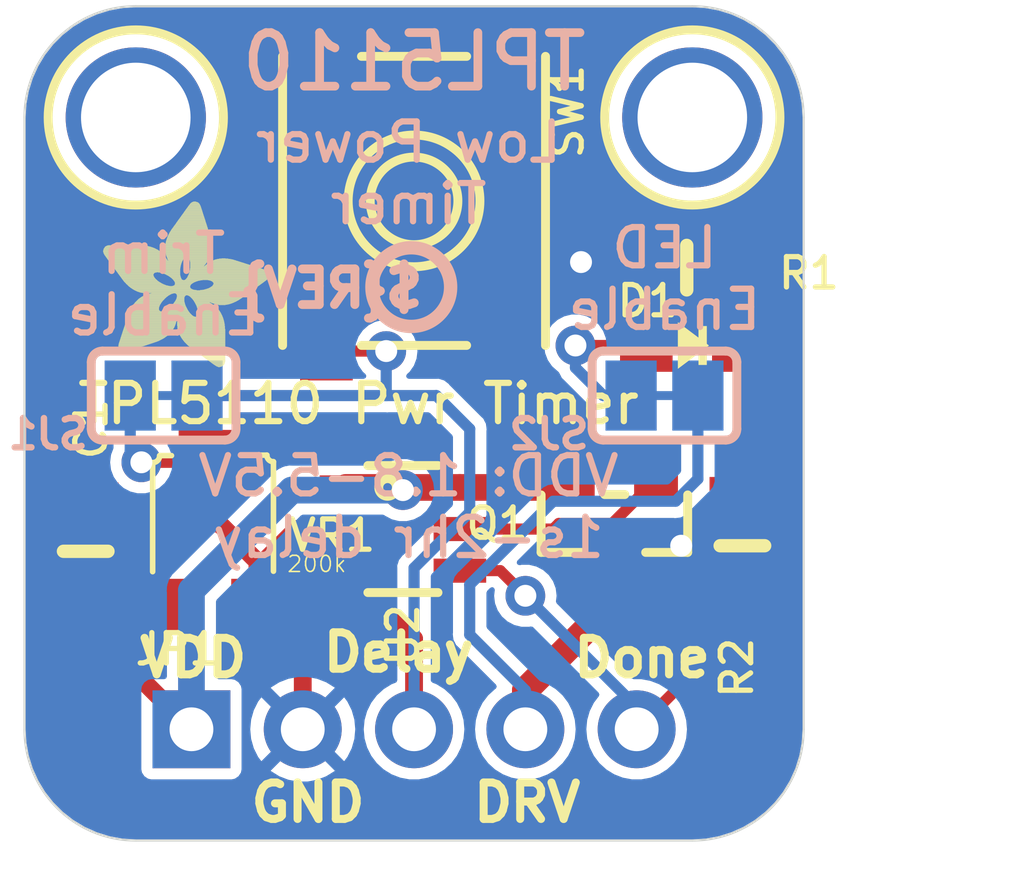
<source format=kicad_pcb>
(kicad_pcb (version 20221018) (generator pcbnew)
  (layers (0 "F.Cu" signal) (31 "B.Cu" signal) (34 "B.Paste" user) (35 "F.Paste" user) (36 "B.SilkS" user "B.Silkscreen") (37 "F.SilkS" user "F.Silkscreen") (38 "B.Mask" user) (39 "F.Mask" user) (44 "Edge.Cuts" user))
  (net 0 "")
  (net 1 "GND")
  (net 2 "DONE")
  (net 3 "VDD")
  (net 4 "DELAY")
  (net 5 "N$1")
  (net 6 "EN")
  (net 7 "PWROUT")
  (net 8 "N$3")
  (net 9 "N$2")
  (footprint "working:0805-NO" (layer "F.Cu") (at 154.7241 101.4476)
    (fp_text reference "R1" (at 2.032 0.127) (layer "F.SilkS") (effects (font (size 0.692831 0.692831) (thickness 0.119969)) (justify left)))
    (fp_text value "1K")
    (pad "1" smd rect (at -0.95 0) (size 1.24 1.5) (layers "F.Cu" "F.Paste" "F.Mask") (net 1 "GND"))
    (pad "2" smd rect (at 0.95 0) (size 1.24 1.5) (layers "F.Cu" "F.Paste" "F.Mask") (net 8 "N$3"))
  )
  (footprint "working:FIDUCIAL_1MM" (layer "F.Cu") (at 156.2481 112.3696)
    (fp_text reference "FID2" hide)
    (fp_text value "FIDUCIAL\"\"" hide)
    (pad "1" smd roundrect (at 0 0) (size 1 1) (layers "F.Cu" "F.Mask") (roundrect_rratio 0.5))
  )
  (footprint "working:TRIMPOT_BOURNS_TC33X-2" (layer "F.Cu") (at 143.9291 107.3531)
    (fp_text reference "VR1" (at 1.65 0.21) (layer "F.SilkS") (effects (font (size 0.692831 0.692831) (thickness 0.119969)) (justify left)))
    (fp_text value "200k" (at 1.65 0.863) (layer "F.SilkS") (effects (font (size 0.369824 0.369824) (thickness 0.036576)) (justify left)))
    (pad "1" smd rect (at -1 1.8) (size 1.2 1.2) (layers "F.Cu" "F.Paste" "F.Mask"))
    (pad "2" smd rect (at 0 -1.45) (size 1.6 1.5) (layers "F.Cu" "F.Paste" "F.Mask") (net 5 "N$1"))
    (pad "3" smd rect (at 1 1.8) (size 1.2 1.2) (layers "F.Cu" "F.Paste" "F.Mask") (net 1 "GND"))
  )
  (footprint "working:MOUNTINGHOLE_2.5_PLATED" (layer "F.Cu") (at 154.8511 98.0186)
    (fp_text reference "U$7" hide)
    (fp_text value "MOUNTINGHOLE2.5" hide)
    (pad "P$1" thru_hole circle (at 0 0) (size 3.2 3.2) (drill 2.5) (layers "*.Cu" "*.Mask"))
    (zone (net 0) (net_name "") (layer "B.Cu") (connect_pads (clearance 0)) (min_thickness 0.25)
      (keepout (tracks not_allowed) (vias not_allowed) (pads not_allowed) (copperpour not_allowed) (footprints allowed))
      (fill (thermal_gap 0.5) (thermal_bridge_width 0.5))
      (polygon (pts (xy 156.8671 98.0186) (xy 156.84748 97.738027) (xy 156.789004 97.462915) (xy 156.692808 97.198619) (xy 156.560765 96.950283) (xy 156.395446 96.72274) (xy 156.200067 96.52042) (xy 155.978433 96.34726) (xy 155.734856 96.206631) (xy 155.474078 96.10127) (xy 155.201175 96.033228) (xy 154.921457 96.003828) (xy 154.640371 96.013644) (xy 154.363385 96.062484) (xy 154.095893 96.149397) (xy 153.8431 96.272693) (xy 153.609926 96.42997) (xy 153.400911 96.618169) (xy 153.220122 96.833625) (xy 153.071078 97.072145) (xy 152.95668 97.329087) (xy 152.879154 97.59945) (xy 152.840011 97.877971) (xy 152.840011 98.159229) (xy 152.879154 98.43775) (xy 152.95668 98.708113) (xy 153.071078 98.965055) (xy 153.220122 99.203575) (xy 153.400911 99.419031) (xy 153.609926 99.60723) (xy 153.8431 99.764507) (xy 154.095893 99.887803) (xy 154.363385 99.974716) (xy 154.640371 100.023556) (xy 154.921457 100.033372) (xy 155.201175 100.003972) (xy 155.474078 99.93593) (xy 155.734856 99.830569) (xy 155.978433 99.68994) (xy 156.200067 99.51678) (xy 156.395446 99.31446) (xy 156.560765 99.086917) (xy 156.692808 98.838581) (xy 156.789004 98.574285) (xy 156.84748 98.299173)))
      (polygon (pts (xy 154.8351 98.0186) (xy 154.839786 98.029914) (xy 154.8511 98.0346) (xy 154.862414 98.029914) (xy 154.8671 98.0186) (xy 154.862414 98.007286) (xy 154.8511 98.0026) (xy 154.839786 98.007286)))
    )
  )
  (footprint "working:ADAFRUIT_3.5MM" (layer "F.Cu") (at 141.3891 103.7336)
    (fp_text reference "U$5" hide)
    (fp_text value "" hide)
  )
  (footprint "working:SOT23-6" (layer "F.Cu") (at 148.2471 107.4166 -90)
    (fp_text reference "U2" (at 1.651 0 90) (layer "F.SilkS") (effects (font (size 0.692831 0.692831) (thickness 0.119969)) (justify right)))
    (fp_text value "TPL5110")
    (pad "1" smd rect (at -0.95 1.3 270) (size 0.55 1.2) (layers "F.Cu" "F.Paste" "F.Mask") (net 3 "VDD"))
    (pad "2" smd rect (at 0 1.3 270) (size 0.55 1.2) (layers "F.Cu" "F.Paste" "F.Mask") (net 1 "GND"))
    (pad "3" smd rect (at 0.95 1.3 270) (size 0.55 1.2) (layers "F.Cu" "F.Paste" "F.Mask") (net 4 "DELAY"))
    (pad "4" smd rect (at 0.95 -1.3 270) (size 0.55 1.2) (layers "F.Cu" "F.Paste" "F.Mask") (net 2 "DONE"))
    (pad "5" smd rect (at 0 -1.3 270) (size 0.55 1.2) (layers "F.Cu" "F.Paste" "F.Mask") (net 6 "EN"))
    (pad "6" smd rect (at -0.95 -1.3 270) (size 0.55 1.2) (layers "F.Cu" "F.Paste" "F.Mask") (net 3 "VDD"))
  )
  (footprint "working:EVQ-Q2_SMALLER" (layer "F.Cu") (at 148.5011 99.9236 -90)
    (fp_text reference "SW1" (at -3.175 -3.5 90) (layer "F.SilkS") (effects (font (size 0.692831 0.692831) (thickness 0.119969)) (justify right)))
    (fp_text value "EVQQ")
    (pad "A" smd rect (at -3.1 2 270) (size 2 1.2) (layers "F.Cu" "F.Paste" "F.Mask") (net 4 "DELAY"))
    (pad "A'" smd rect (at 3.1 2 270) (size 2 1.2) (layers "F.Cu" "F.Paste" "F.Mask") (net 4 "DELAY"))
    (pad "B" smd rect (at -3.1 -2 270) (size 2 1.2) (layers "F.Cu" "F.Paste" "F.Mask") (net 3 "VDD"))
    (pad "B'" smd rect (at 3.1 -2 270) (size 2 1.2) (layers "F.Cu" "F.Paste" "F.Mask") (net 3 "VDD"))
  )
  (footprint "working:SOT23-WIDE" (layer "F.Cu") (at 153.0731 107.2896 180)
    (fp_text reference "Q1" (at 1.905 0) (layer "F.SilkS") (effects (font (size 0.692831 0.692831) (thickness 0.119969)) (justify right)))
    (fp_text value "DMG3415")
    (pad "1" smd rect (at -0.95 1 180) (size 1 1.2) (layers "F.Cu" "F.Paste" "F.Mask") (net 6 "EN"))
    (pad "2" smd rect (at 0.95 1 180) (size 1 1.2) (layers "F.Cu" "F.Paste" "F.Mask") (net 3 "VDD"))
    (pad "3" smd rect (at 0 -1 180) (size 1 1.2) (layers "F.Cu" "F.Paste" "F.Mask") (net 7 "PWROUT"))
  )
  (footprint "working:0805-NO" (layer "F.Cu") (at 155.9941 107.7976 -90)
    (fp_text reference "R2" (at 2.032 0.127 90) (layer "F.SilkS") (effects (font (size 0.692831 0.692831) (thickness 0.119969)) (justify right)))
    (fp_text value "1M")
    (pad "1" smd rect (at -0.95 0 270) (size 1.24 1.5) (layers "F.Cu" "F.Paste" "F.Mask") (net 1 "GND"))
    (pad "2" smd rect (at 0.95 0 270) (size 1.24 1.5) (layers "F.Cu" "F.Paste" "F.Mask") (net 2 "DONE"))
  )
  (footprint "working:1X05_ROUND_70" (layer "F.Cu") (at 148.5011 111.9886)
    (fp_text reference "JP1" (at -6.4262 -1.8288) (layer "F.SilkS") (effects (font (size 0.692831 0.692831) (thickness 0.119969)) (justify left)))
    (fp_text value "")
    (pad "1" thru_hole rect (at -5.08 0 90) (size 1.778 1.778) (drill 1) (layers "*.Cu" "*.Mask") (net 3 "VDD"))
    (pad "2" thru_hole circle (at -2.54 0 90) (size 1.778 1.778) (drill 1) (layers "*.Cu" "*.Mask") (net 1 "GND"))
    (pad "3" thru_hole circle (at 0 0 90) (size 1.778 1.778) (drill 1) (layers "*.Cu" "*.Mask") (net 4 "DELAY"))
    (pad "4" thru_hole circle (at 2.54 0 90) (size 1.778 1.778) (drill 1) (layers "*.Cu" "*.Mask") (net 7 "PWROUT"))
    (pad "5" thru_hole circle (at 5.08 0 90) (size 1.778 1.778) (drill 1) (layers "*.Cu" "*.Mask") (net 2 "DONE"))
  )
  (footprint "working:CHIPLED_0805_NOOUTLINE" (layer "F.Cu") (at 154.8511 103.2256 -90)
    (fp_text reference "D1" (at -1.016 1.778) (layer "F.SilkS") (effects (font (size 0.692831 0.692831) (thickness 0.119969)) (justify left)))
    (fp_text value "GREEN")
    (pad "A" smd rect (at 0 1.05 270) (size 1.2 1.2) (layers "F.Cu" "F.Paste" "F.Mask") (net 9 "N$2"))
    (pad "C" smd rect (at 0 -1.05 270) (size 1.2 1.2) (layers "F.Cu" "F.Paste" "F.Mask") (net 8 "N$3"))
  )
  (footprint "working:FIDUCIAL_1MM" (layer "F.Cu") (at 148.5011 99.9236)
    (fp_text reference "FID1" hide)
    (fp_text value "FIDUCIAL\"\"" hide)
    (pad "1" smd roundrect (at 0 0) (size 1 1) (layers "F.Cu" "F.Mask") (roundrect_rratio 0.5))
  )
  (footprint "working:MOUNTINGHOLE_2.5_PLATED" (layer "F.Cu") (at 142.1511 98.0186)
    (fp_text reference "U$8" hide)
    (fp_text value "MOUNTINGHOLE2.5" hide)
    (pad "P$1" thru_hole circle (at 0 0) (size 3.2 3.2) (drill 2.5) (layers "*.Cu" "*.Mask"))
    (zone (net 0) (net_name "") (layer "B.Cu") (connect_pads (clearance 0)) (min_thickness 0.25)
      (keepout (tracks not_allowed) (vias not_allowed) (pads not_allowed) (copperpour not_allowed) (footprints allowed))
      (fill (thermal_gap 0.5) (thermal_bridge_width 0.5))
      (polygon (pts (xy 144.1671 98.0186) (xy 144.14748 97.738027) (xy 144.089004 97.462915) (xy 143.992808 97.198619) (xy 143.860765 96.950283) (xy 143.695446 96.72274) (xy 143.500067 96.52042) (xy 143.278433 96.34726) (xy 143.034856 96.206631) (xy 142.774078 96.10127) (xy 142.501175 96.033228) (xy 142.221457 96.003828) (xy 141.940371 96.013644) (xy 141.663385 96.062484) (xy 141.395893 96.149397) (xy 141.1431 96.272693) (xy 140.909926 96.42997) (xy 140.700911 96.618169) (xy 140.520122 96.833625) (xy 140.371078 97.072145) (xy 140.25668 97.329087) (xy 140.179154 97.59945) (xy 140.140011 97.877971) (xy 140.140011 98.159229) (xy 140.179154 98.43775) (xy 140.25668 98.708113) (xy 140.371078 98.965055) (xy 140.520122 99.203575) (xy 140.700911 99.419031) (xy 140.909926 99.60723) (xy 141.1431 99.764507) (xy 141.395893 99.887803) (xy 141.663385 99.974716) (xy 141.940371 100.023556) (xy 142.221457 100.033372) (xy 142.501175 100.003972) (xy 142.774078 99.93593) (xy 143.034856 99.830569) (xy 143.278433 99.68994) (xy 143.500067 99.51678) (xy 143.695446 99.31446) (xy 143.860765 99.086917) (xy 143.992808 98.838581) (xy 144.089004 98.574285) (xy 144.14748 98.299173)))
      (polygon (pts (xy 142.1351 98.0186) (xy 142.139786 98.029914) (xy 142.1511 98.0346) (xy 142.162414 98.029914) (xy 142.1671 98.0186) (xy 142.162414 98.007286) (xy 142.1511 98.0026) (xy 142.139786 98.007286)))
    )
  )
  (footprint "working:0805-NO" (layer "F.Cu") (at 141.0081 107.9246 90)
    (fp_text reference "C1" (at 2.032 0.127 90) (layer "F.SilkS") (effects (font (size 0.692831 0.692831) (thickness 0.119969)) (justify left)))
    (fp_text value "1uF")
    (pad "1" smd rect (at -0.95 0 90) (size 1.24 1.5) (layers "F.Cu" "F.Paste" "F.Mask") (net 3 "VDD"))
    (pad "2" smd rect (at 0.95 0 90) (size 1.24 1.5) (layers "F.Cu" "F.Paste" "F.Mask") (net 1 "GND"))
  )
  (footprint "working:SOLDERJUMPER_CLOSEDWIRE" (layer "B.Cu") (at 154.2161 104.3686)
    (fp_text reference "SJ2" (at -1.651 1.27 180) (layer "B.SilkS") (effects (font (size 0.666496 0.666496) (thickness 0.146304)) (justify left bottom mirror)))
    (fp_text value "")
    (pad "1" smd rect (at -0.762 0) (size 1.1684 1.6002) (layers "B.Cu" "B.Mask") (net 9 "N$2"))
    (pad "2" smd rect (at 0.762 0) (size 1.1684 1.6002) (layers "B.Cu" "B.Mask") (net 7 "PWROUT"))
    (pad "WIRE" smd rect (at 0 0) (size 0.635 0.2032) (layers "B.Cu" "B.Mask"))
  )
  (footprint "working:PCBFEAT-REV-040" (layer "B.Cu") (at 148.4376 101.8921 180)
    (fp_text reference "U$11" hide)
    (fp_text value "" hide)
    (fp_text user "${REV}" (at -0.3556 -0.508) (layer "B.SilkS") (effects (font (size 0.8128 0.8128) (thickness 0.2032)) (justify left bottom mirror)))
  )
  (footprint "working:SOLDERJUMPER_CLOSEDWIRE" (layer "B.Cu") (at 142.7861 104.3686)
    (fp_text reference "SJ1" (at -1.651 1.27 180) (layer "B.SilkS") (effects (font (size 0.666496 0.666496) (thickness 0.146304)) (justify left bottom mirror)))
    (fp_text value "")
    (pad "1" smd rect (at -0.762 0) (size 1.1684 1.6002) (layers "B.Cu" "B.Mask") (net 5 "N$1"))
    (pad "2" smd rect (at 0.762 0) (size 1.1684 1.6002) (layers "B.Cu" "B.Mask") (net 4 "DELAY"))
    (pad "WIRE" smd rect (at 0 0) (size 0.635 0.2032) (layers "B.Cu" "B.Mask"))
  )
  (gr_line (start 139.6111 111.9886) (end 139.6111 98.0186) (stroke (width 0.05)) (layer "Edge.Cuts"))
  (gr_arc (start 139.6111 98.0186) (mid 140.355049 96.222549) (end 142.1511 95.4786) (stroke (width 0.05)) (layer "Edge.Cuts"))
  (gr_arc (start 157.3911 111.9886) (mid 156.647151 113.784651) (end 154.8511 114.5286) (stroke (width 0.05)) (layer "Edge.Cuts"))
  (gr_line (start 142.1511 95.4786) (end 154.8511 95.4786) (stroke (width 0.05)) (layer "Edge.Cuts"))
  (gr_line (start 154.8511 114.5286) (end 142.1511 114.5286) (stroke (width 0.05)) (layer "Edge.Cuts"))
  (gr_arc (start 142.1511 114.5286) (mid 140.355049 113.784651) (end 139.6111 111.9886) (stroke (width 0.05)) (layer "Edge.Cuts"))
  (gr_line (start 157.3911 98.0186) (end 157.3911 111.9886) (stroke (width 0.05)) (layer "Edge.Cuts"))
  (gr_arc (start 154.8511 95.4786) (mid 156.647151 96.222549) (end 157.3911 98.0186) (stroke (width 0.05)) (layer "Edge.Cuts"))
  (gr_text "LED\nEnable" (at 154.2161 101.7016) (layer "B.SilkS") (effects (font (size 0.87376 0.87376) (thickness 0.14224)) (justify mirror)))
  (gr_text "Low Power\nTimer" (at 148.3741 99.2886) (layer "B.SilkS") (effects (font (size 0.87376 0.87376) (thickness 0.14224)) (justify mirror)))
  (gr_text "Trim\nEnable" (at 142.7861 101.8286) (layer "B.SilkS") (effects (font (size 0.87376 0.87376) (thickness 0.14224)) (justify mirror)))
  (gr_text "TPL5110" (at 148.5011 96.7486) (layer "B.SilkS") (effects (font (size 1.223264 1.223264) (thickness 0.199136)) (justify mirror)))
  (gr_text "VDD: 1.8-5.5V\n1s-2hr delay" (at 148.3741 106.9086) (layer "B.SilkS") (effects (font (size 0.87376 0.87376) (thickness 0.14224)) (justify mirror)))
  (gr_text "Done" (at 152.0571 110.8456) (layer "F.SilkS") (effects (font (size 0.83312 0.83312) (thickness 0.18288)) (justify left bottom)))
  (gr_text "VDD" (at 142.1511 110.8456) (layer "F.SilkS") (effects (font (size 0.83312 0.83312) (thickness 0.18288)) (justify left bottom)))
  (gr_text "GND" (at 144.6911 114.1476) (layer "F.SilkS") (effects (font (size 0.83312 0.83312) (thickness 0.18288)) (justify left bottom)))
  (gr_text "TPL5110 Pwr Timer" (at 140.7541 105.0671) (layer "F.SilkS") (effects (font (size 0.87376 0.87376) (thickness 0.14224)) (justify left bottom)))
  (gr_text "Delay" (at 146.3421 110.7186) (layer "F.SilkS") (effects (font (size 0.83312 0.83312) (thickness 0.18288)) (justify left bottom)))
  (gr_text "DRV" (at 149.7711 114.1476) (layer "F.SilkS") (effects (font (size 0.83312 0.83312) (thickness 0.18288)) (justify left bottom)))
  (segment (start 141.0081 106.9746) (end 141.3231 107.2896) (width 0.4064) (layer "F.Cu") (net 1))
  (segment (start 155.5471 106.8476) (end 154.5971 107.7976) (width 0.254) (layer "F.Cu") (net 1))
  (segment (start 146.9471 107.4166) (end 145.8181 107.4166) (width 0.4064) (layer "F.Cu") (net 1))
  (segment (start 153.7741 101.4476) (end 153.6471 101.3206) (width 0.254) (layer "F.Cu") (net 1))
  (segment (start 155.9941 106.8476) (end 155.5471 106.8476) (width 0.254) (layer "F.Cu") (net 1))
  (segment (start 145.8181 107.4166) (end 144.9291 108.3056) (width 0.4064) (layer "F.Cu") (net 1))
  (segment (start 145.9611 110.1851) (end 145.9611 111.9886) (width 0.4064) (layer "F.Cu") (net 1))
  (segment (start 144.9291 108.1626) (end 144.9291 108.3056) (width 0.4064) (layer "F.Cu") (net 1))
  (segment (start 153.6471 101.3206) (end 152.3111 101.3206) (width 0.254) (layer "F.Cu") (net 1))
  (segment (start 144.9291 108.3056) (end 144.9291 109.1531) (width 0.4064) (layer "F.Cu") (net 1))
  (segment (start 141.3231 107.2896) (end 144.0561 107.2896) (width 0.4064) (layer "F.Cu") (net 1))
  (segment (start 144.0561 107.2896) (end 144.9291 108.1626) (width 0.4064) (layer "F.Cu") (net 1))
  (segment (start 144.9291 109.1531) (end 145.9611 110.1851) (width 0.4064) (layer "F.Cu") (net 1))
  (via (at 152.3111 101.3206) (size 0.9064) (drill 0.5) (layers "F.Cu" "B.Cu") (net 1))
  (via (at 154.5971 107.7976) (size 0.9064) (drill 0.5) (layers "F.Cu" "B.Cu") (net 1))
  (segment (start 154.5971 107.7976) (end 154.5971 108.0516) (width 0.254) (layer "B.Cu") (net 1))
  (segment (start 155.9941 109.5756) (end 153.5811 111.9886) (width 0.254) (layer "F.Cu") (net 2))
  (segment (start 155.9941 108.7476) (end 155.9941 109.5756) (width 0.254) (layer "F.Cu") (net 2))
  (segment (start 150.4671 108.3666) (end 151.0411 108.9406) (width 0.254) (layer "F.Cu") (net 2))
  (segment (start 149.5471 108.3666) (end 150.4671 108.3666) (width 0.254) (layer "F.Cu") (net 2))
  (via (at 151.0411 108.9406) (size 0.9064) (drill 0.5) (layers "F.Cu" "B.Cu") (net 2))
  (segment (start 153.5811 111.4806) (end 153.5811 111.9886) (width 0.254) (layer "B.Cu") (net 2))
  (segment (start 151.0411 108.9406) (end 153.5811 111.4806) (width 0.254) (layer "B.Cu") (net 2))
  (segment (start 149.5471 106.4666) (end 148.2471 106.4666) (width 0.6096) (layer "F.Cu") (net 3))
  (segment (start 148.2471 106.4666) (end 146.9471 106.4666) (width 0.6096) (layer "F.Cu") (net 3))
  (segment (start 148.2471 106.4666) (end 148.2471 106.5276) (width 0.6096) (layer "F.Cu") (net 3))
  (segment (start 150.5011 103.0236) (end 150.5011 106.4346) (width 0.254) (layer "F.Cu") (net 3))
  (segment (start 141.0081 109.5756) (end 143.4211 111.9886) (width 0.4064) (layer "F.Cu") (net 3))
  (segment (start 141.0081 108.8746) (end 141.0081 109.5756) (width 0.4064) (layer "F.Cu") (net 3))
  (segment (start 149.5471 106.4666) (end 150.5331 106.4666) (width 0.6096) (layer "F.Cu") (net 3))
  (segment (start 150.5011 96.8236) (end 150.5011 103.0236) (width 0.254) (layer "F.Cu") (net 3))
  (segment (start 150.5011 106.4346) (end 150.5331 106.4666) (width 0.254) (layer "F.Cu") (net 3))
  (segment (start 151.9461 106.4666) (end 152.1231 106.2896) (width 0.4064) (layer "F.Cu") (net 3))
  (segment (start 150.5331 106.4666) (end 151.9461 106.4666) (width 0.6096) (layer "F.Cu") (net 3))
  (via (at 148.2471 106.5276) (size 0.9064) (drill 0.5) (layers "F.Cu" "B.Cu") (net 3))
  (segment (start 143.4211 108.8136) (end 143.4211 111.9886) (width 0.6096) (layer "B.Cu") (net 3))
  (segment (start 145.7071 106.5276) (end 143.4211 108.8136) (width 0.6096) (layer "B.Cu") (net 3))
  (segment (start 145.7071 106.5276) (end 148.2471 106.5276) (width 0.6096) (layer "B.Cu") (net 3))
  (segment (start 148.5011 109.9206) (end 148.5011 111.9886) (width 0.4064) (layer "F.Cu") (net 4))
  (segment (start 146.5011 102.4636) (end 146.5011 103.0236) (width 0.254) (layer "F.Cu") (net 4))
  (segment (start 146.9471 108.3666) (end 148.5011 109.9206) (width 0.4064) (layer "F.Cu") (net 4))
  (segment (start 147.8661 103.3526) (end 146.5011 103.3526) (width 0.254) (layer "F.Cu") (net 4))
  (segment (start 146.5011 96.8236) (end 146.5011 102.4636) (width 0.254) (layer "F.Cu") (net 4))
  (segment (start 146.5011 103.3526) (end 146.5011 103.0236) (width 0.254) (layer "F.Cu") (net 4))
  (segment (start 146.6281 102.3366) (end 146.5011 102.4636) (width 0.254) (layer "F.Cu") (net 4))
  (via (at 147.8661 103.3526) (size 0.9064) (drill 0.5) (layers "F.Cu" "B.Cu") (net 4))
  (segment (start 147.8661 104.3686) (end 149.0091 104.3686) (width 0.254) (layer "B.Cu") (net 4))
  (segment (start 149.7711 107.0356) (end 148.5011 108.3056) (width 0.254) (layer "B.Cu") (net 4))
  (segment (start 148.5011 108.3056) (end 148.5011 111.9886) (width 0.254) (layer "B.Cu") (net 4))
  (segment (start 149.7711 105.1306) (end 149.7711 107.0356) (width 0.254) (layer "B.Cu") (net 4))
  (segment (start 147.8661 103.3526) (end 147.8661 104.3686) (width 0.254) (layer "B.Cu") (net 4))
  (segment (start 149.0091 104.3686) (end 149.7711 105.1306) (width 0.254) (layer "B.Cu") (net 4))
  (segment (start 143.5481 104.3686) (end 147.8661 104.3686) (width 0.254) (layer "B.Cu") (net 4))
  (segment (start 143.9291 105.9031) (end 143.9291 105.8926) (width 0.254) (layer "F.Cu") (net 5))
  (segment (start 143.9291 105.8926) (end 142.2781 105.8926) (width 0.254) (layer "F.Cu") (net 5))
  (via (at 142.2781 105.8926) (size 0.9064) (drill 0.5) (layers "F.Cu" "B.Cu") (net 5))
  (segment (start 142.0241 104.3686) (end 142.0241 105.6386) (width 0.254) (layer "B.Cu") (net 5))
  (segment (start 142.0241 105.6386) (end 142.2781 105.8926) (width 0.254) (layer "B.Cu") (net 5))
  (segment (start 151.8031 107.2896) (end 153.0231 107.2896) (width 0.254) (layer "F.Cu") (net 6))
  (segment (start 149.5471 107.4166) (end 151.6761 107.4166) (width 0.254) (layer "F.Cu") (net 6))
  (segment (start 153.0231 107.2896) (end 154.0231 106.2896) (width 0.254) (layer "F.Cu") (net 6))
  (segment (start 151.6761 107.4166) (end 151.8031 107.2896) (width 0.254) (layer "F.Cu") (net 6))
  (segment (start 151.0411 111.0996) (end 151.0411 111.9886) (width 0.6096) (layer "F.Cu") (net 7))
  (segment (start 153.0731 108.2896) (end 153.0731 109.0676) (width 0.6096) (layer "F.Cu") (net 7))
  (segment (start 153.0731 109.0676) (end 151.0411 111.0996) (width 0.6096) (layer "F.Cu") (net 7))
  (segment (start 154.4701 106.7816) (end 154.9781 106.2736) (width 0.254) (layer "B.Cu") (net 7))
  (segment (start 149.7711 109.8296) (end 151.0411 111.0996) (width 0.254) (layer "B.Cu") (net 7))
  (segment (start 151.0411 111.0996) (end 151.0411 111.9886) (width 0.254) (layer "B.Cu") (net 7))
  (segment (start 154.4701 106.7816) (end 151.6761 106.7816) (width 0.254) (layer "B.Cu") (net 7))
  (segment (start 151.6761 106.7816) (end 149.7711 108.6866) (width 0.254) (layer "B.Cu") (net 7))
  (segment (start 154.9781 106.2736) (end 154.9781 104.3686) (width 0.254) (layer "B.Cu") (net 7))
  (segment (start 149.7711 108.6866) (end 149.7711 109.8296) (width 0.254) (layer "B.Cu") (net 7))
  (segment (start 155.9011 101.4476) (end 155.9011 103.2256) (width 0.254) (layer "F.Cu") (net 8))
  (segment (start 155.6741 101.4476) (end 155.9011 101.4476) (width 0.254) (layer "F.Cu") (net 8))
  (segment (start 153.8011 103.2256) (end 152.1841 103.2256) (width 0.254) (layer "F.Cu") (net 9))
  (via (at 152.1841 103.2256) (size 0.9064) (drill 0.5) (layers "F.Cu" "B.Cu") (net 9))
  (segment (start 152.1841 103.7336) (end 152.8191 104.3686) (width 0.254) (layer "B.Cu") (net 9))
  (segment (start 152.1841 103.2256) (end 152.1841 103.7336) (width 0.254) (layer "B.Cu") (net 9))
  (segment (start 152.8191 104.3686) (end 153.4541 104.3686) (width 0.254) (layer "B.Cu") (net 9))
  (zone (net 1) (net_name "GND") (layer "B.Cu") (priority 6) (connect_pads (clearance 0.254)) (min_thickness 0.127) (fill yes (thermal_gap 0.304) (thermal_bridge_width 0.304))
    (polygon (pts (xy 157.645949 114.78351) (xy 139.4841 114.654702) (xy 139.4841 95.3366) (xy 157.517262 95.3366)))
  )
)
</source>
